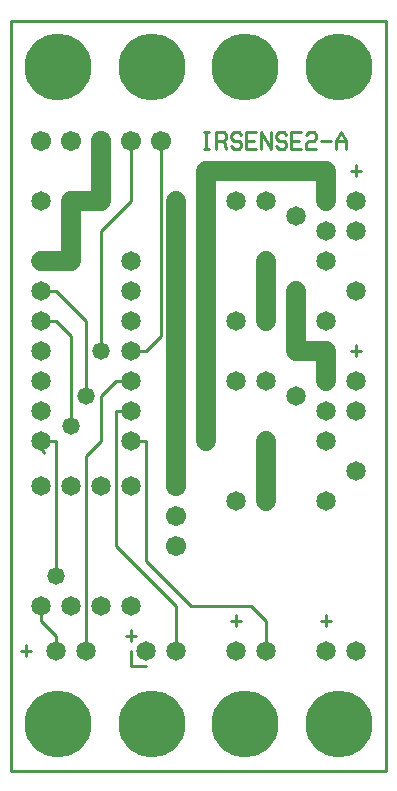
<source format=gtl>
%MOIN*%
%FSLAX25Y25*%
G04 D10 used for Character Trace; *
G04     Circle (OD=.01000) (No hole)*
G04 D11 used for Power Trace; *
G04     Circle (OD=.06700) (No hole)*
G04 D12 used for Signal Trace; *
G04     Circle (OD=.01100) (No hole)*
G04 D13 used for Via; *
G04     Circle (OD=.05800) (Round. Hole ID=.02800)*
G04 D14 used for Component hole; *
G04     Circle (OD=.06500) (Round. Hole ID=.03500)*
G04 D15 used for Component hole; *
G04     Circle (OD=.06700) (Round. Hole ID=.04300)*
G04 D16 used for Component hole; *
G04     Circle (OD=.08100) (Round. Hole ID=.05100)*
G04 D17 used for Component hole; *
G04     Circle (OD=.08900) (Round. Hole ID=.05900)*
G04 D18 used for Component hole; *
G04     Circle (OD=.11300) (Round. Hole ID=.08300)*
G04 D19 used for Component hole; *
G04     Circle (OD=.16000) (Round. Hole ID=.13000)*
G04 D20 used for Component hole; *
G04     Circle (OD=.18300) (Round. Hole ID=.15300)*
G04 D21 used for Component hole; *
G04     Circle (OD=.22291) (Round. Hole ID=.19291)*
%ADD10C,.01000*%
%ADD11C,.06700*%
%ADD12C,.01100*%
%ADD13C,.05800*%
%ADD14C,.06500*%
%ADD15C,.06700*%
%ADD16C,.08100*%
%ADD17C,.08900*%
%ADD18C,.11300*%
%ADD19C,.16000*%
%ADD20C,.18300*%
%ADD21C,.22291*%
%IPPOS*%
%LPD*%
G90*X0Y0D02*D21*X15625Y15625D03*D12*              
X40000Y35000D02*Y40000D01*Y35000D02*X45000D01*D14*
Y40000D03*X55000D03*D12*Y55000D01*X35000Y75000D01*
Y120000D01*X40000D01*D14*D03*D12*X25000Y105000D02*
X30000Y110000D01*X25000Y40000D02*Y105000D01*D14*  
Y40000D03*D12*X15000D02*Y45000D01*D14*Y40000D03*  
D12*Y45000D02*X10000Y50000D01*Y55000D01*D14*D03*  
D13*X15000Y65000D03*D12*Y110000D01*X10000D01*D14* 
D03*D10*Y107871D02*X10837Y105957D01*D14*          
X10000Y120000D03*D13*X20000Y115000D03*D12*        
Y145000D01*X15000Y150000D01*X10000D01*D14*D03*D12*
X25000D02*X15000Y160000D01*X25000Y125000D02*      
Y150000D01*D13*Y125000D03*D12*X30000Y110000D02*   
Y125000D01*D14*X40000Y110000D03*D12*X45000D01*    
Y70000D01*X60000Y55000D01*X80000D01*              
X85000Y50000D01*Y40000D01*D14*D03*D10*            
X73326Y50000D02*X76674D01*X75000Y51914D02*        
Y48086D01*D14*Y40000D03*X105000D03*D10*           
X103326Y50000D02*X106674D01*X105000Y51914D02*     
Y48086D01*D21*X109375Y15625D03*X78125D03*D14*     
X115000Y40000D03*D15*X55000Y75000D03*D12*X0Y0D02* 
X125000D01*X0D02*Y250000D01*X125000D01*Y0D01*D21* 
X46875Y15625D03*D14*X40000Y55000D03*D10*          
X38326Y45000D02*X41674D01*X40000Y46914D02*        
Y43086D01*D15*X55000Y85000D03*D14*                
X105000Y90000D03*X85000D03*D11*Y110000D01*D13*D03*
D14*X95000Y125000D03*X105000Y130000D03*D11*       
Y140000D01*X95000D01*Y160000D01*D13*D03*D14*      
X105000Y150000D03*Y170000D03*D13*X85000D03*D11*   
Y150000D01*D14*D03*X75000D03*D13*X65000Y160000D03*
D11*Y110000D01*D13*D03*D15*X55000Y95000D03*D11*   
Y130000D01*D13*D03*D11*Y170000D01*D13*D03*D11*    
Y190000D01*D13*D03*X65000Y200000D03*D11*          
Y160000D01*D12*X45000Y140000D02*X50000Y145000D01* 
X40000Y140000D02*X45000D01*D14*X40000D03*D12*     
X30000Y125000D02*X35000Y130000D01*X40000D01*D14*  
D03*D13*X30000Y140000D03*D12*Y180000D01*          
X40000Y190000D01*Y210000D01*D15*D03*X50000D03*D12*
Y145000D01*D14*X40000Y150000D03*Y160000D03*       
X75000Y130000D03*X40000Y170000D03*D11*X10000D02*  
X20000D01*D14*X10000D03*D11*X20000D02*Y190000D01* 
X30000D01*D14*D03*D11*Y210000D01*D15*D03*         
X20000D03*D14*X10000Y190000D03*D15*Y210000D03*D21*
X46875Y234375D03*X15625D03*D11*X65000Y200000D02*  
X105000D01*Y190000D01*D14*D03*X115000Y180000D03*  
D10*X113326Y200000D02*X116674D01*                 
X115000Y201914D02*Y198086D01*D14*Y190000D03*      
X105000Y180000D03*X95000Y185000D03*               
X85000Y190000D03*X75000D03*X115000Y160000D03*D10* 
X65000Y207129D02*Y212871D01*X64163Y207129D02*     
X65837D01*X64163Y212871D02*X65837D01*             
X68326Y207129D02*Y212871D01*X70837D01*            
X71674Y211914D01*Y210957D01*X70837Y210000D01*     
X68326D01*X70837D02*X71674Y207129D01*             
X76674Y211914D02*X75837Y212871D01*X74163D01*      
X73326Y211914D01*Y210957D01*X74163Y210000D01*     
X75837D01*X76674Y209043D01*Y208086D01*            
X75837Y207129D01*X74163D01*X73326Y208086D01*      
X81674Y207129D02*X78326D01*Y212871D01*X81674D01*  
X78326Y210000D02*X80837D01*X83326Y207129D02*      
Y212871D01*X86674Y207129D01*Y212871D01*           
X91674Y211914D02*X90837Y212871D01*X89163D01*      
X88326Y211914D01*Y210957D01*X89163Y210000D01*     
X90837D01*X91674Y209043D01*Y208086D01*            
X90837Y207129D01*X89163D01*X88326Y208086D01*      
X96674Y207129D02*X93326D01*Y212871D01*X96674D01*  
X93326Y210000D02*X95837D01*X98326Y211914D02*      
X99163Y212871D01*X100837D01*X101674Y211914D01*    
Y210957D01*X100837Y210000D01*X99163D01*           
X98326Y209043D01*Y207129D01*X101674D01*           
X103326Y210000D02*X106674D01*X108326Y207129D02*   
Y210000D01*X110000Y212871D01*X111674Y210000D01*   
Y207129D01*X108326Y210000D02*X111674D01*D21*      
X109375Y234375D03*X78125D03*D10*X113326Y140000D02*
X116674D01*X115000Y141914D02*Y138086D01*D14*      
X85000Y130000D03*X115000D03*X105000Y120000D03*    
X115000D03*X105000Y110000D03*X115000Y100000D03*   
D12*X10000Y160000D02*X15000D01*D14*X10000D03*     
Y140000D03*Y130000D03*Y95000D03*X20000D03*        
X30000D03*X40000D03*X75000Y90000D03*              
X20000Y55000D03*X30000D03*D10*X3326Y40000D02*     
X6674D01*X5000Y41914D02*Y38086D01*M02*            

</source>
